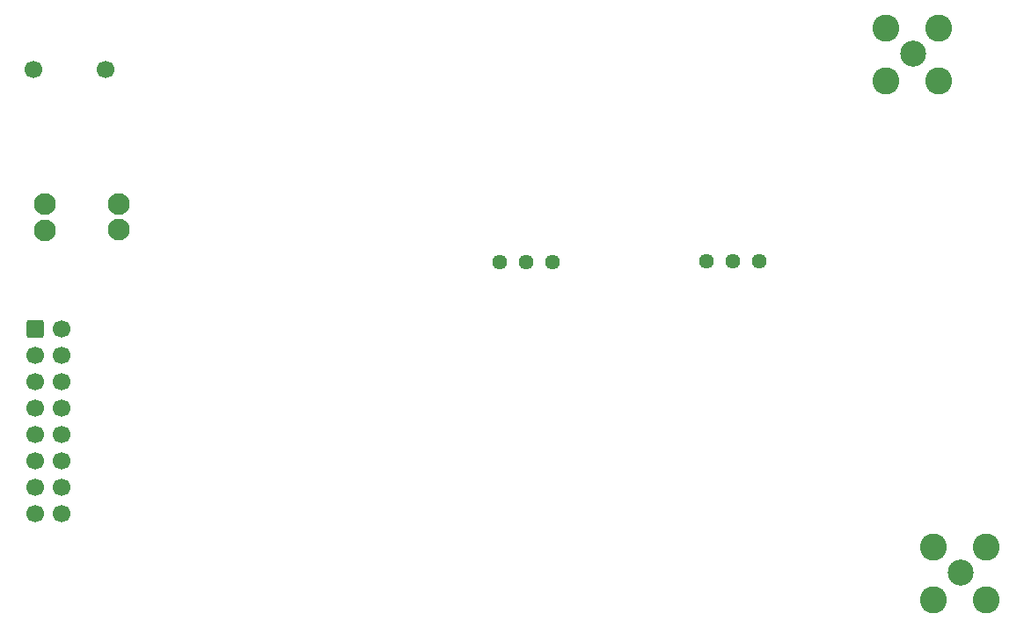
<source format=gbs>
G04 #@! TF.GenerationSoftware,KiCad,Pcbnew,7.0.1-3b83917a11~172~ubuntu22.04.1*
G04 #@! TF.CreationDate,2023-03-16T19:30:03-04:00*
G04 #@! TF.ProjectId,sdt_qse_1496,7364745f-7173-4655-9f31-3439362e6b69,2.0*
G04 #@! TF.SameCoordinates,Original*
G04 #@! TF.FileFunction,Soldermask,Bot*
G04 #@! TF.FilePolarity,Negative*
%FSLAX46Y46*%
G04 Gerber Fmt 4.6, Leading zero omitted, Abs format (unit mm)*
G04 Created by KiCad (PCBNEW 7.0.1-3b83917a11~172~ubuntu22.04.1) date 2023-03-16 19:30:03*
%MOMM*%
%LPD*%
G01*
G04 APERTURE LIST*
G04 Aperture macros list*
%AMRoundRect*
0 Rectangle with rounded corners*
0 $1 Rounding radius*
0 $2 $3 $4 $5 $6 $7 $8 $9 X,Y pos of 4 corners*
0 Add a 4 corners polygon primitive as box body*
4,1,4,$2,$3,$4,$5,$6,$7,$8,$9,$2,$3,0*
0 Add four circle primitives for the rounded corners*
1,1,$1+$1,$2,$3*
1,1,$1+$1,$4,$5*
1,1,$1+$1,$6,$7*
1,1,$1+$1,$8,$9*
0 Add four rect primitives between the rounded corners*
20,1,$1+$1,$2,$3,$4,$5,0*
20,1,$1+$1,$4,$5,$6,$7,0*
20,1,$1+$1,$6,$7,$8,$9,0*
20,1,$1+$1,$8,$9,$2,$3,0*%
G04 Aperture macros list end*
%ADD10C,1.700000*%
%ADD11RoundRect,0.250000X-0.600000X-0.600000X0.600000X-0.600000X0.600000X0.600000X-0.600000X0.600000X0*%
%ADD12C,2.100000*%
%ADD13C,2.600000*%
%ADD14C,2.500000*%
%ADD15C,1.440000*%
G04 APERTURE END LIST*
D10*
X98837500Y-77500000D03*
X105837500Y-77500000D03*
D11*
X99000000Y-102500000D03*
D10*
X101540000Y-102500000D03*
X99000000Y-105040000D03*
X101540000Y-105040000D03*
X99000000Y-107580000D03*
X101540000Y-107580000D03*
X99000000Y-110120000D03*
X101540000Y-110120000D03*
X99000000Y-112660000D03*
X101540000Y-112660000D03*
X99000000Y-115200000D03*
X101540000Y-115200000D03*
X99000000Y-117740000D03*
X101540000Y-117740000D03*
X99000000Y-120280000D03*
X101540000Y-120280000D03*
D12*
X107100000Y-92950000D03*
X107100000Y-90450000D03*
D13*
X185460000Y-123460000D03*
X185460000Y-128540000D03*
X190540000Y-123460000D03*
X190540000Y-128540000D03*
D14*
X188100000Y-125925000D03*
D13*
X180885000Y-73535000D03*
X180885000Y-78615000D03*
X185965000Y-73535000D03*
X185965000Y-78615000D03*
D14*
X183525000Y-76000000D03*
D15*
X143750000Y-96050000D03*
X146290000Y-96050000D03*
X148830000Y-96050000D03*
D12*
X100000000Y-93000000D03*
X100000000Y-90500000D03*
D15*
X168740350Y-95986000D03*
X166200350Y-95986000D03*
X163660350Y-95986000D03*
M02*

</source>
